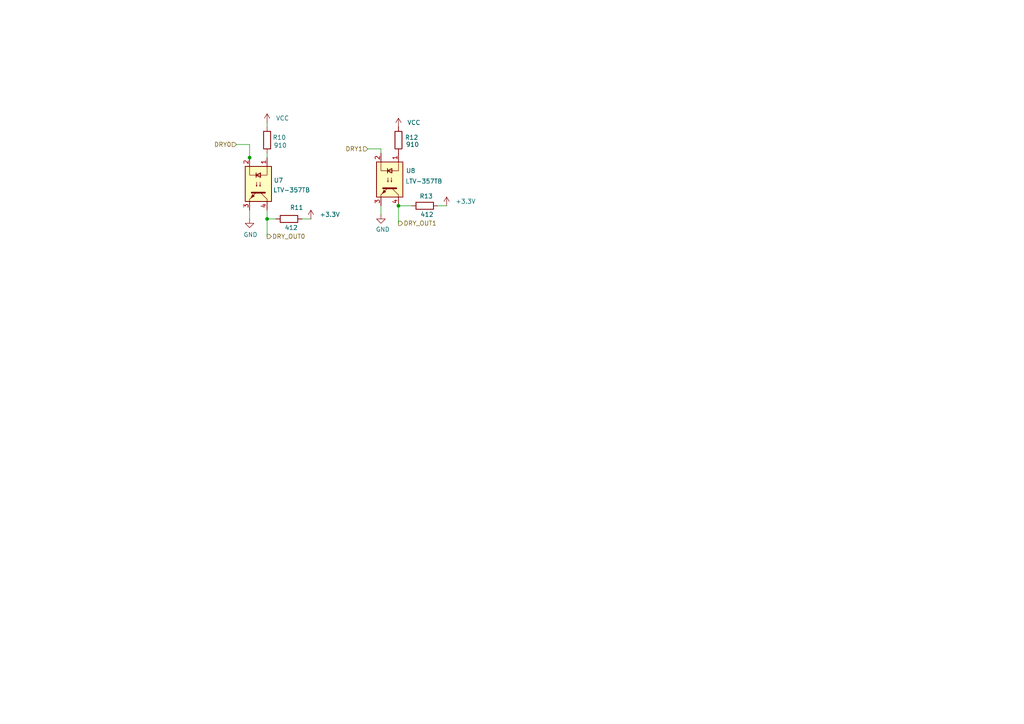
<source format=kicad_sch>
(kicad_sch
	(version 20250114)
	(generator "eeschema")
	(generator_version "9.0")
	(uuid "31d813c0-3519-4fd5-a836-e3af338a3e67")
	(paper "A4")
	(lib_symbols
		(symbol "Device:R"
			(pin_numbers
				(hide yes)
			)
			(pin_names
				(offset 0)
			)
			(exclude_from_sim no)
			(in_bom yes)
			(on_board yes)
			(property "Reference" "R"
				(at 2.032 0 90)
				(effects
					(font
						(size 1.27 1.27)
					)
				)
			)
			(property "Value" "R"
				(at 0 0 90)
				(effects
					(font
						(size 1.27 1.27)
					)
				)
			)
			(property "Footprint" ""
				(at -1.778 0 90)
				(effects
					(font
						(size 1.27 1.27)
					)
					(hide yes)
				)
			)
			(property "Datasheet" "~"
				(at 0 0 0)
				(effects
					(font
						(size 1.27 1.27)
					)
					(hide yes)
				)
			)
			(property "Description" "Resistor"
				(at 0 0 0)
				(effects
					(font
						(size 1.27 1.27)
					)
					(hide yes)
				)
			)
			(property "ki_keywords" "R res resistor"
				(at 0 0 0)
				(effects
					(font
						(size 1.27 1.27)
					)
					(hide yes)
				)
			)
			(property "ki_fp_filters" "R_*"
				(at 0 0 0)
				(effects
					(font
						(size 1.27 1.27)
					)
					(hide yes)
				)
			)
			(symbol "R_0_1"
				(rectangle
					(start -1.016 -2.54)
					(end 1.016 2.54)
					(stroke
						(width 0.254)
						(type default)
					)
					(fill
						(type none)
					)
				)
			)
			(symbol "R_1_1"
				(pin passive line
					(at 0 3.81 270)
					(length 1.27)
					(name "~"
						(effects
							(font
								(size 1.27 1.27)
							)
						)
					)
					(number "1"
						(effects
							(font
								(size 1.27 1.27)
							)
						)
					)
				)
				(pin passive line
					(at 0 -3.81 90)
					(length 1.27)
					(name "~"
						(effects
							(font
								(size 1.27 1.27)
							)
						)
					)
					(number "2"
						(effects
							(font
								(size 1.27 1.27)
							)
						)
					)
				)
			)
			(embedded_fonts no)
		)
		(symbol "Isolator:LTV-357T"
			(pin_names
				(offset 1.016)
			)
			(exclude_from_sim no)
			(in_bom yes)
			(on_board yes)
			(property "Reference" "U"
				(at -5.334 4.826 0)
				(effects
					(font
						(size 1.27 1.27)
					)
					(justify left)
				)
			)
			(property "Value" "LTV-357T"
				(at 0 5.08 0)
				(effects
					(font
						(size 1.27 1.27)
					)
					(justify left)
				)
			)
			(property "Footprint" "Package_SO:SO-4_4.4x3.6mm_P2.54mm"
				(at -5.08 -5.08 0)
				(effects
					(font
						(size 1.27 1.27)
						(italic yes)
					)
					(justify left)
					(hide yes)
				)
			)
			(property "Datasheet" "https://www.buerklin.com/medias/sys_master/download/download/h91/ha0/8892020588574.pdf"
				(at 0 0 0)
				(effects
					(font
						(size 1.27 1.27)
					)
					(justify left)
					(hide yes)
				)
			)
			(property "Description" "DC Optocoupler, Vce 35V, CTR 50%, SO-4"
				(at 0 0 0)
				(effects
					(font
						(size 1.27 1.27)
					)
					(hide yes)
				)
			)
			(property "ki_keywords" "NPN DC Optocoupler"
				(at 0 0 0)
				(effects
					(font
						(size 1.27 1.27)
					)
					(hide yes)
				)
			)
			(property "ki_fp_filters" "SO*4.4x3.6mm*P2.54mm*"
				(at 0 0 0)
				(effects
					(font
						(size 1.27 1.27)
					)
					(hide yes)
				)
			)
			(symbol "LTV-357T_0_1"
				(rectangle
					(start -5.08 3.81)
					(end 5.08 -3.81)
					(stroke
						(width 0.254)
						(type default)
					)
					(fill
						(type background)
					)
				)
				(polyline
					(pts
						(xy -5.08 2.54) (xy -2.54 2.54) (xy -2.54 -0.762)
					)
					(stroke
						(width 0)
						(type default)
					)
					(fill
						(type none)
					)
				)
				(polyline
					(pts
						(xy -3.175 -0.635) (xy -1.905 -0.635)
					)
					(stroke
						(width 0.254)
						(type default)
					)
					(fill
						(type none)
					)
				)
				(polyline
					(pts
						(xy -2.54 -0.635) (xy -2.54 -2.54) (xy -5.08 -2.54)
					)
					(stroke
						(width 0)
						(type default)
					)
					(fill
						(type none)
					)
				)
				(polyline
					(pts
						(xy -2.54 -0.635) (xy -3.175 0.635) (xy -1.905 0.635) (xy -2.54 -0.635)
					)
					(stroke
						(width 0.254)
						(type default)
					)
					(fill
						(type none)
					)
				)
				(polyline
					(pts
						(xy -0.508 0.508) (xy 0.762 0.508) (xy 0.381 0.381) (xy 0.381 0.635) (xy 0.762 0.508)
					)
					(stroke
						(width 0)
						(type default)
					)
					(fill
						(type none)
					)
				)
				(polyline
					(pts
						(xy -0.508 -0.508) (xy 0.762 -0.508) (xy 0.381 -0.635) (xy 0.381 -0.381) (xy 0.762 -0.508)
					)
					(stroke
						(width 0)
						(type default)
					)
					(fill
						(type none)
					)
				)
				(polyline
					(pts
						(xy 2.54 1.905) (xy 2.54 -1.905) (xy 2.54 -1.905)
					)
					(stroke
						(width 0.508)
						(type default)
					)
					(fill
						(type none)
					)
				)
				(polyline
					(pts
						(xy 2.54 0.635) (xy 4.445 2.54)
					)
					(stroke
						(width 0)
						(type default)
					)
					(fill
						(type none)
					)
				)
				(polyline
					(pts
						(xy 3.048 -1.651) (xy 3.556 -1.143) (xy 4.064 -2.159) (xy 3.048 -1.651) (xy 3.048 -1.651)
					)
					(stroke
						(width 0)
						(type default)
					)
					(fill
						(type outline)
					)
				)
				(polyline
					(pts
						(xy 4.445 2.54) (xy 5.08 2.54)
					)
					(stroke
						(width 0)
						(type default)
					)
					(fill
						(type none)
					)
				)
				(polyline
					(pts
						(xy 4.445 -2.54) (xy 2.54 -0.635)
					)
					(stroke
						(width 0)
						(type default)
					)
					(fill
						(type outline)
					)
				)
				(polyline
					(pts
						(xy 4.445 -2.54) (xy 5.08 -2.54)
					)
					(stroke
						(width 0)
						(type default)
					)
					(fill
						(type none)
					)
				)
			)
			(symbol "LTV-357T_1_1"
				(pin passive line
					(at -7.62 2.54 0)
					(length 2.54)
					(name "~"
						(effects
							(font
								(size 1.27 1.27)
							)
						)
					)
					(number "1"
						(effects
							(font
								(size 1.27 1.27)
							)
						)
					)
				)
				(pin passive line
					(at -7.62 -2.54 0)
					(length 2.54)
					(name "~"
						(effects
							(font
								(size 1.27 1.27)
							)
						)
					)
					(number "2"
						(effects
							(font
								(size 1.27 1.27)
							)
						)
					)
				)
				(pin passive line
					(at 7.62 2.54 180)
					(length 2.54)
					(name "~"
						(effects
							(font
								(size 1.27 1.27)
							)
						)
					)
					(number "4"
						(effects
							(font
								(size 1.27 1.27)
							)
						)
					)
				)
				(pin passive line
					(at 7.62 -2.54 180)
					(length 2.54)
					(name "~"
						(effects
							(font
								(size 1.27 1.27)
							)
						)
					)
					(number "3"
						(effects
							(font
								(size 1.27 1.27)
							)
						)
					)
				)
			)
			(embedded_fonts no)
		)
		(symbol "power:+3.3V"
			(power)
			(pin_numbers
				(hide yes)
			)
			(pin_names
				(offset 0)
				(hide yes)
			)
			(exclude_from_sim no)
			(in_bom yes)
			(on_board yes)
			(property "Reference" "#PWR"
				(at 0 -3.81 0)
				(effects
					(font
						(size 1.27 1.27)
					)
					(hide yes)
				)
			)
			(property "Value" "+3.3V"
				(at 0 3.556 0)
				(effects
					(font
						(size 1.27 1.27)
					)
				)
			)
			(property "Footprint" ""
				(at 0 0 0)
				(effects
					(font
						(size 1.27 1.27)
					)
					(hide yes)
				)
			)
			(property "Datasheet" ""
				(at 0 0 0)
				(effects
					(font
						(size 1.27 1.27)
					)
					(hide yes)
				)
			)
			(property "Description" "Power symbol creates a global label with name \"+3.3V\""
				(at 0 0 0)
				(effects
					(font
						(size 1.27 1.27)
					)
					(hide yes)
				)
			)
			(property "ki_keywords" "global power"
				(at 0 0 0)
				(effects
					(font
						(size 1.27 1.27)
					)
					(hide yes)
				)
			)
			(symbol "+3.3V_0_1"
				(polyline
					(pts
						(xy -0.762 1.27) (xy 0 2.54)
					)
					(stroke
						(width 0)
						(type default)
					)
					(fill
						(type none)
					)
				)
				(polyline
					(pts
						(xy 0 2.54) (xy 0.762 1.27)
					)
					(stroke
						(width 0)
						(type default)
					)
					(fill
						(type none)
					)
				)
				(polyline
					(pts
						(xy 0 0) (xy 0 2.54)
					)
					(stroke
						(width 0)
						(type default)
					)
					(fill
						(type none)
					)
				)
			)
			(symbol "+3.3V_1_1"
				(pin power_in line
					(at 0 0 90)
					(length 0)
					(name "~"
						(effects
							(font
								(size 1.27 1.27)
							)
						)
					)
					(number "1"
						(effects
							(font
								(size 1.27 1.27)
							)
						)
					)
				)
			)
			(embedded_fonts no)
		)
		(symbol "power:GND"
			(power)
			(pin_numbers
				(hide yes)
			)
			(pin_names
				(offset 0)
				(hide yes)
			)
			(exclude_from_sim no)
			(in_bom yes)
			(on_board yes)
			(property "Reference" "#PWR"
				(at 0 -6.35 0)
				(effects
					(font
						(size 1.27 1.27)
					)
					(hide yes)
				)
			)
			(property "Value" "GND"
				(at 0 -3.81 0)
				(effects
					(font
						(size 1.27 1.27)
					)
				)
			)
			(property "Footprint" ""
				(at 0 0 0)
				(effects
					(font
						(size 1.27 1.27)
					)
					(hide yes)
				)
			)
			(property "Datasheet" ""
				(at 0 0 0)
				(effects
					(font
						(size 1.27 1.27)
					)
					(hide yes)
				)
			)
			(property "Description" "Power symbol creates a global label with name \"GND\" , ground"
				(at 0 0 0)
				(effects
					(font
						(size 1.27 1.27)
					)
					(hide yes)
				)
			)
			(property "ki_keywords" "global power"
				(at 0 0 0)
				(effects
					(font
						(size 1.27 1.27)
					)
					(hide yes)
				)
			)
			(symbol "GND_0_1"
				(polyline
					(pts
						(xy 0 0) (xy 0 -1.27) (xy 1.27 -1.27) (xy 0 -2.54) (xy -1.27 -1.27) (xy 0 -1.27)
					)
					(stroke
						(width 0)
						(type default)
					)
					(fill
						(type none)
					)
				)
			)
			(symbol "GND_1_1"
				(pin power_in line
					(at 0 0 270)
					(length 0)
					(name "~"
						(effects
							(font
								(size 1.27 1.27)
							)
						)
					)
					(number "1"
						(effects
							(font
								(size 1.27 1.27)
							)
						)
					)
				)
			)
			(embedded_fonts no)
		)
		(symbol "power:VCC"
			(power)
			(pin_numbers
				(hide yes)
			)
			(pin_names
				(offset 0)
				(hide yes)
			)
			(exclude_from_sim no)
			(in_bom yes)
			(on_board yes)
			(property "Reference" "#PWR"
				(at 0 -3.81 0)
				(effects
					(font
						(size 1.27 1.27)
					)
					(hide yes)
				)
			)
			(property "Value" "VCC"
				(at 0 3.556 0)
				(effects
					(font
						(size 1.27 1.27)
					)
				)
			)
			(property "Footprint" ""
				(at 0 0 0)
				(effects
					(font
						(size 1.27 1.27)
					)
					(hide yes)
				)
			)
			(property "Datasheet" ""
				(at 0 0 0)
				(effects
					(font
						(size 1.27 1.27)
					)
					(hide yes)
				)
			)
			(property "Description" "Power symbol creates a global label with name \"VCC\""
				(at 0 0 0)
				(effects
					(font
						(size 1.27 1.27)
					)
					(hide yes)
				)
			)
			(property "ki_keywords" "global power"
				(at 0 0 0)
				(effects
					(font
						(size 1.27 1.27)
					)
					(hide yes)
				)
			)
			(symbol "VCC_0_1"
				(polyline
					(pts
						(xy -0.762 1.27) (xy 0 2.54)
					)
					(stroke
						(width 0)
						(type default)
					)
					(fill
						(type none)
					)
				)
				(polyline
					(pts
						(xy 0 2.54) (xy 0.762 1.27)
					)
					(stroke
						(width 0)
						(type default)
					)
					(fill
						(type none)
					)
				)
				(polyline
					(pts
						(xy 0 0) (xy 0 2.54)
					)
					(stroke
						(width 0)
						(type default)
					)
					(fill
						(type none)
					)
				)
			)
			(symbol "VCC_1_1"
				(pin power_in line
					(at 0 0 90)
					(length 0)
					(name "~"
						(effects
							(font
								(size 1.27 1.27)
							)
						)
					)
					(number "1"
						(effects
							(font
								(size 1.27 1.27)
							)
						)
					)
				)
			)
			(embedded_fonts no)
		)
	)
	(junction
		(at 72.39 45.72)
		(diameter 0)
		(color 0 0 0 0)
		(uuid "817b2ba2-3dac-48a1-ba89-6dcea9440084")
	)
	(junction
		(at 77.47 63.5)
		(diameter 0)
		(color 0 0 0 0)
		(uuid "bb019292-45bd-4871-9197-493c2c605e21")
	)
	(junction
		(at 115.57 59.69)
		(diameter 0)
		(color 0 0 0 0)
		(uuid "e224de1f-0230-4e36-a461-9650c376fcbf")
	)
	(wire
		(pts
			(xy 77.47 35.56) (xy 77.47 36.83)
		)
		(stroke
			(width 0)
			(type default)
		)
		(uuid "0af8aba1-6da1-4412-a73e-b8464488487f")
	)
	(wire
		(pts
			(xy 72.39 46.99) (xy 72.39 45.72)
		)
		(stroke
			(width 0)
			(type default)
		)
		(uuid "34513677-896f-49e5-a05c-522b5555a0d8")
	)
	(wire
		(pts
			(xy 68.58 41.91) (xy 72.39 41.91)
		)
		(stroke
			(width 0)
			(type default)
		)
		(uuid "42c45ea7-6d16-422e-bc3a-ac0a14182996")
	)
	(wire
		(pts
			(xy 90.17 63.5) (xy 87.63 63.5)
		)
		(stroke
			(width 0)
			(type default)
		)
		(uuid "496919ab-8d1a-4f7e-92c9-3fbed15b24d3")
	)
	(wire
		(pts
			(xy 77.47 63.5) (xy 80.01 63.5)
		)
		(stroke
			(width 0)
			(type default)
		)
		(uuid "57f63424-4dab-44a6-816c-12084a9adb5f")
	)
	(wire
		(pts
			(xy 77.47 44.45) (xy 77.47 45.72)
		)
		(stroke
			(width 0)
			(type default)
		)
		(uuid "774e46ef-fce7-49a2-8be6-b08815428ea8")
	)
	(wire
		(pts
			(xy 72.39 41.91) (xy 72.39 45.72)
		)
		(stroke
			(width 0)
			(type default)
		)
		(uuid "88bbc081-8dae-4db0-8ec5-d5a63498602e")
	)
	(wire
		(pts
			(xy 77.47 60.96) (xy 77.47 63.5)
		)
		(stroke
			(width 0)
			(type default)
		)
		(uuid "9cbf7884-f9ef-468c-b48f-941454b24960")
	)
	(wire
		(pts
			(xy 115.57 59.69) (xy 115.57 64.77)
		)
		(stroke
			(width 0)
			(type default)
		)
		(uuid "a103405d-14a4-4ac3-af30-c08aa92db371")
	)
	(wire
		(pts
			(xy 110.49 43.18) (xy 110.49 44.45)
		)
		(stroke
			(width 0)
			(type default)
		)
		(uuid "af326c00-c361-4962-9c0f-4b16bab3f134")
	)
	(wire
		(pts
			(xy 77.47 63.5) (xy 77.47 68.58)
		)
		(stroke
			(width 0)
			(type default)
		)
		(uuid "bbe7e77e-1008-4437-9a64-4b55190fb024")
	)
	(wire
		(pts
			(xy 110.49 62.23) (xy 110.49 59.69)
		)
		(stroke
			(width 0)
			(type default)
		)
		(uuid "cad171cc-0ff9-4653-8dfd-7700db0e8018")
	)
	(wire
		(pts
			(xy 129.54 59.69) (xy 127 59.69)
		)
		(stroke
			(width 0)
			(type default)
		)
		(uuid "e9af7a50-46c5-4ac9-9b46-9718fe11d44c")
	)
	(wire
		(pts
			(xy 72.39 63.5) (xy 72.39 60.96)
		)
		(stroke
			(width 0)
			(type default)
		)
		(uuid "eea65538-504d-40ec-bae2-88ff3bf0e5aa")
	)
	(wire
		(pts
			(xy 115.57 59.69) (xy 119.38 59.69)
		)
		(stroke
			(width 0)
			(type default)
		)
		(uuid "f20ca3a3-dd8c-49d3-b00e-674c66794f74")
	)
	(wire
		(pts
			(xy 106.68 43.18) (xy 110.49 43.18)
		)
		(stroke
			(width 0)
			(type default)
		)
		(uuid "fbb464da-e85d-4c51-a0ec-e442524ce7b4")
	)
	(hierarchical_label "DRY_OUT0"
		(shape output)
		(at 77.47 68.58 0)
		(effects
			(font
				(size 1.27 1.27)
			)
			(justify left)
		)
		(uuid "5947acb7-aa23-4a0d-8033-26b0b2366a1c")
	)
	(hierarchical_label "DRY1"
		(shape input)
		(at 106.68 43.18 180)
		(effects
			(font
				(size 1.27 1.27)
			)
			(justify right)
		)
		(uuid "9227c51b-c70b-4c7e-bbd3-69eb193aab7d")
	)
	(hierarchical_label "DRY_OUT1"
		(shape output)
		(at 115.57 64.77 0)
		(effects
			(font
				(size 1.27 1.27)
			)
			(justify left)
		)
		(uuid "e61caad3-fe25-4324-bb14-cb3a2db0aa20")
	)
	(hierarchical_label "DRY0"
		(shape input)
		(at 68.58 41.91 180)
		(effects
			(font
				(size 1.27 1.27)
			)
			(justify right)
		)
		(uuid "f3413a76-14a1-4182-81d4-a55d28eac864")
	)
	(symbol
		(lib_id "Device:R")
		(at 83.82 63.5 90)
		(unit 1)
		(exclude_from_sim no)
		(in_bom yes)
		(on_board yes)
		(dnp no)
		(uuid "358a3407-699a-449b-8f94-0b1618813dc5")
		(property "Reference" "R11"
			(at 84.074 60.198 90)
			(effects
				(font
					(size 1.27 1.27)
				)
				(justify right)
			)
		)
		(property "Value" "412"
			(at 82.5501 66.04 90)
			(effects
				(font
					(size 1.27 1.27)
				)
				(justify right)
			)
		)
		(property "Footprint" ""
			(at 83.82 65.278 90)
			(effects
				(font
					(size 1.27 1.27)
				)
				(hide yes)
			)
		)
		(property "Datasheet" "~"
			(at 83.82 63.5 0)
			(effects
				(font
					(size 1.27 1.27)
				)
				(hide yes)
			)
		)
		(property "Description" "Resistor"
			(at 83.82 63.5 0)
			(effects
				(font
					(size 1.27 1.27)
				)
				(hide yes)
			)
		)
		(pin "1"
			(uuid "a3dbcf10-af81-491e-9a53-edc1a9ba2e7b")
		)
		(pin "2"
			(uuid "e6f0e4ab-0026-490b-bdd7-fb918463cffb")
		)
		(instances
			(project "NIVARA"
				(path "/8290cc18-06d0-4e02-a781-29a61ebc321a/9e4d7a0c-a5eb-4e88-9036-0c35e68b279a/2ac137b5-1347-46a5-b780-a606790c1a93"
					(reference "R11")
					(unit 1)
				)
			)
		)
	)
	(symbol
		(lib_id "power:+3.3V")
		(at 90.17 63.5 0)
		(unit 1)
		(exclude_from_sim no)
		(in_bom yes)
		(on_board yes)
		(dnp no)
		(fields_autoplaced yes)
		(uuid "43d2a63a-8791-4041-a987-4fadb05ac615")
		(property "Reference" "#PWR035"
			(at 90.17 67.31 0)
			(effects
				(font
					(size 1.27 1.27)
				)
				(hide yes)
			)
		)
		(property "Value" "+3.3V"
			(at 92.71 62.2299 0)
			(effects
				(font
					(size 1.27 1.27)
				)
				(justify left)
			)
		)
		(property "Footprint" ""
			(at 90.17 63.5 0)
			(effects
				(font
					(size 1.27 1.27)
				)
				(hide yes)
			)
		)
		(property "Datasheet" ""
			(at 90.17 63.5 0)
			(effects
				(font
					(size 1.27 1.27)
				)
				(hide yes)
			)
		)
		(property "Description" "Power symbol creates a global label with name \"+3.3V\""
			(at 90.17 63.5 0)
			(effects
				(font
					(size 1.27 1.27)
				)
				(hide yes)
			)
		)
		(pin "1"
			(uuid "f4150437-3b6f-4d2a-8058-1313413c74c8")
		)
		(instances
			(project "NIVARA"
				(path "/8290cc18-06d0-4e02-a781-29a61ebc321a/9e4d7a0c-a5eb-4e88-9036-0c35e68b279a/2ac137b5-1347-46a5-b780-a606790c1a93"
					(reference "#PWR035")
					(unit 1)
				)
			)
		)
	)
	(symbol
		(lib_id "power:+3.3V")
		(at 129.54 59.69 0)
		(unit 1)
		(exclude_from_sim no)
		(in_bom yes)
		(on_board yes)
		(dnp no)
		(fields_autoplaced yes)
		(uuid "515384e8-a0b6-43b5-a391-74963c0a40c4")
		(property "Reference" "#PWR040"
			(at 129.54 63.5 0)
			(effects
				(font
					(size 1.27 1.27)
				)
				(hide yes)
			)
		)
		(property "Value" "+3.3V"
			(at 132.08 58.4199 0)
			(effects
				(font
					(size 1.27 1.27)
				)
				(justify left)
			)
		)
		(property "Footprint" ""
			(at 129.54 59.69 0)
			(effects
				(font
					(size 1.27 1.27)
				)
				(hide yes)
			)
		)
		(property "Datasheet" ""
			(at 129.54 59.69 0)
			(effects
				(font
					(size 1.27 1.27)
				)
				(hide yes)
			)
		)
		(property "Description" "Power symbol creates a global label with name \"+3.3V\""
			(at 129.54 59.69 0)
			(effects
				(font
					(size 1.27 1.27)
				)
				(hide yes)
			)
		)
		(pin "1"
			(uuid "ff07c4d4-6502-4fdb-8b8c-184ad6761029")
		)
		(instances
			(project "NIVARA"
				(path "/8290cc18-06d0-4e02-a781-29a61ebc321a/9e4d7a0c-a5eb-4e88-9036-0c35e68b279a/2ac137b5-1347-46a5-b780-a606790c1a93"
					(reference "#PWR040")
					(unit 1)
				)
			)
		)
	)
	(symbol
		(lib_id "power:VCC")
		(at 77.47 35.56 0)
		(unit 1)
		(exclude_from_sim no)
		(in_bom yes)
		(on_board yes)
		(dnp no)
		(fields_autoplaced yes)
		(uuid "5b957901-846e-4717-87bd-00d657e0689b")
		(property "Reference" "#PWR036"
			(at 77.47 39.37 0)
			(effects
				(font
					(size 1.27 1.27)
				)
				(hide yes)
			)
		)
		(property "Value" "VCC"
			(at 80.01 34.2899 0)
			(effects
				(font
					(size 1.27 1.27)
				)
				(justify left)
			)
		)
		(property "Footprint" ""
			(at 77.47 35.56 0)
			(effects
				(font
					(size 1.27 1.27)
				)
				(hide yes)
			)
		)
		(property "Datasheet" ""
			(at 77.47 35.56 0)
			(effects
				(font
					(size 1.27 1.27)
				)
				(hide yes)
			)
		)
		(property "Description" "Power symbol creates a global label with name \"VCC\""
			(at 77.47 35.56 0)
			(effects
				(font
					(size 1.27 1.27)
				)
				(hide yes)
			)
		)
		(pin "1"
			(uuid "e05993cf-8081-4d96-bdb4-166486b43f9d")
		)
		(instances
			(project "NIVARA"
				(path "/8290cc18-06d0-4e02-a781-29a61ebc321a/9e4d7a0c-a5eb-4e88-9036-0c35e68b279a/2ac137b5-1347-46a5-b780-a606790c1a93"
					(reference "#PWR036")
					(unit 1)
				)
			)
		)
	)
	(symbol
		(lib_id "Isolator:LTV-357T")
		(at 74.93 53.34 270)
		(unit 1)
		(exclude_from_sim no)
		(in_bom yes)
		(on_board yes)
		(dnp no)
		(uuid "8941b3df-0541-422d-8b8d-b7d5eaa80e50")
		(property "Reference" "U7"
			(at 80.772 52.324 90)
			(effects
				(font
					(size 1.27 1.27)
				)
			)
		)
		(property "Value" "LTV-357TB"
			(at 84.582 55.118 90)
			(effects
				(font
					(size 1.27 1.27)
				)
			)
		)
		(property "Footprint" "Package_SO:SO-4_4.4x3.6mm_P2.54mm"
			(at 69.85 48.26 0)
			(effects
				(font
					(size 1.27 1.27)
					(italic yes)
				)
				(justify left)
				(hide yes)
			)
		)
		(property "Datasheet" "https://www.buerklin.com/medias/sys_master/download/download/h91/ha0/8892020588574.pdf"
			(at 74.93 53.34 0)
			(effects
				(font
					(size 1.27 1.27)
				)
				(justify left)
				(hide yes)
			)
		)
		(property "Description" "DC Optocoupler, Vce 35V, CTR 50%, SO-4"
			(at 74.93 53.34 0)
			(effects
				(font
					(size 1.27 1.27)
				)
				(hide yes)
			)
		)
		(pin "3"
			(uuid "d398a175-b7a8-4eb7-8193-6551d94ee85c")
		)
		(pin "1"
			(uuid "10d552bf-ee51-4f11-bf5e-4a0f6649795a")
		)
		(pin "2"
			(uuid "96c47374-73ea-4071-85c2-dded1a153366")
		)
		(pin "4"
			(uuid "33c9c732-4990-4709-8943-fe582073e77d")
		)
		(instances
			(project "NIVARA"
				(path "/8290cc18-06d0-4e02-a781-29a61ebc321a/9e4d7a0c-a5eb-4e88-9036-0c35e68b279a/2ac137b5-1347-46a5-b780-a606790c1a93"
					(reference "U7")
					(unit 1)
				)
			)
		)
	)
	(symbol
		(lib_id "Device:R")
		(at 123.19 59.69 90)
		(unit 1)
		(exclude_from_sim no)
		(in_bom yes)
		(on_board yes)
		(dnp no)
		(uuid "8f920f08-0501-490e-b9ec-230fea39de69")
		(property "Reference" "R13"
			(at 121.666 56.896 90)
			(effects
				(font
					(size 1.27 1.27)
				)
				(justify right)
			)
		)
		(property "Value" "412"
			(at 121.9201 62.23 90)
			(effects
				(font
					(size 1.27 1.27)
				)
				(justify right)
			)
		)
		(property "Footprint" ""
			(at 123.19 61.468 90)
			(effects
				(font
					(size 1.27 1.27)
				)
				(hide yes)
			)
		)
		(property "Datasheet" "~"
			(at 123.19 59.69 0)
			(effects
				(font
					(size 1.27 1.27)
				)
				(hide yes)
			)
		)
		(property "Description" "Resistor"
			(at 123.19 59.69 0)
			(effects
				(font
					(size 1.27 1.27)
				)
				(hide yes)
			)
		)
		(pin "1"
			(uuid "5f634ea2-2ed1-47a8-94db-f2cdc200aa4e")
		)
		(pin "2"
			(uuid "b1c645b3-cd8b-4c75-95eb-9652e8d88576")
		)
		(instances
			(project "NIVARA"
				(path "/8290cc18-06d0-4e02-a781-29a61ebc321a/9e4d7a0c-a5eb-4e88-9036-0c35e68b279a/2ac137b5-1347-46a5-b780-a606790c1a93"
					(reference "R13")
					(unit 1)
				)
			)
		)
	)
	(symbol
		(lib_id "Device:R")
		(at 77.47 40.64 0)
		(unit 1)
		(exclude_from_sim no)
		(in_bom yes)
		(on_board yes)
		(dnp no)
		(uuid "9b8b309d-8756-4545-9967-c26c9642e73c")
		(property "Reference" "R10"
			(at 81.026 39.878 0)
			(effects
				(font
					(size 1.27 1.27)
				)
			)
		)
		(property "Value" "910"
			(at 81.28 42.164 0)
			(effects
				(font
					(size 1.27 1.27)
				)
			)
		)
		(property "Footprint" "Resistor_SMD:R_0603_1608Metric"
			(at 75.692 40.64 90)
			(effects
				(font
					(size 1.27 1.27)
				)
				(hide yes)
			)
		)
		(property "Datasheet" "~"
			(at 77.47 40.64 0)
			(effects
				(font
					(size 1.27 1.27)
				)
				(hide yes)
			)
		)
		(property "Description" "Resistor"
			(at 77.47 40.64 0)
			(effects
				(font
					(size 1.27 1.27)
				)
				(hide yes)
			)
		)
		(property "LCSC#" "C114670"
			(at 77.47 40.64 90)
			(effects
				(font
					(size 1.27 1.27)
				)
				(hide yes)
			)
		)
		(pin "1"
			(uuid "c04e6976-b35b-429a-bf3f-3b69dccb7b9f")
		)
		(pin "2"
			(uuid "06394ec1-ac1a-4f4d-82aa-4c8f2c291a91")
		)
		(instances
			(project "NIVARA"
				(path "/8290cc18-06d0-4e02-a781-29a61ebc321a/9e4d7a0c-a5eb-4e88-9036-0c35e68b279a/2ac137b5-1347-46a5-b780-a606790c1a93"
					(reference "R10")
					(unit 1)
				)
			)
		)
	)
	(symbol
		(lib_id "Device:R")
		(at 115.57 40.64 0)
		(unit 1)
		(exclude_from_sim no)
		(in_bom yes)
		(on_board yes)
		(dnp no)
		(uuid "a1eb8860-1fd9-48cb-9d1a-78190e546557")
		(property "Reference" "R12"
			(at 119.38 39.878 0)
			(effects
				(font
					(size 1.27 1.27)
				)
			)
		)
		(property "Value" "910"
			(at 119.634 41.91 0)
			(effects
				(font
					(size 1.27 1.27)
				)
			)
		)
		(property "Footprint" "Resistor_SMD:R_0603_1608Metric"
			(at 113.792 40.64 90)
			(effects
				(font
					(size 1.27 1.27)
				)
				(hide yes)
			)
		)
		(property "Datasheet" "~"
			(at 115.57 40.64 0)
			(effects
				(font
					(size 1.27 1.27)
				)
				(hide yes)
			)
		)
		(property "Description" "Resistor"
			(at 115.57 40.64 0)
			(effects
				(font
					(size 1.27 1.27)
				)
				(hide yes)
			)
		)
		(property "LCSC#" "C114670"
			(at 115.57 40.64 90)
			(effects
				(font
					(size 1.27 1.27)
				)
				(hide yes)
			)
		)
		(pin "1"
			(uuid "68e9a137-5698-4820-ba00-f4d0ba292513")
		)
		(pin "2"
			(uuid "bbc7be1e-06cf-41de-9735-7b0c11de5c3a")
		)
		(instances
			(project "NIVARA"
				(path "/8290cc18-06d0-4e02-a781-29a61ebc321a/9e4d7a0c-a5eb-4e88-9036-0c35e68b279a/2ac137b5-1347-46a5-b780-a606790c1a93"
					(reference "R12")
					(unit 1)
				)
			)
		)
	)
	(symbol
		(lib_id "power:GND")
		(at 72.39 63.5 0)
		(unit 1)
		(exclude_from_sim no)
		(in_bom yes)
		(on_board yes)
		(dnp no)
		(uuid "ac77745a-014e-424a-ba49-347c4b6959e4")
		(property "Reference" "#PWR034"
			(at 72.39 69.85 0)
			(effects
				(font
					(size 1.27 1.27)
				)
				(hide yes)
			)
		)
		(property "Value" "GND"
			(at 70.612 68.072 0)
			(effects
				(font
					(size 1.27 1.27)
				)
				(justify left)
			)
		)
		(property "Footprint" ""
			(at 72.39 63.5 0)
			(effects
				(font
					(size 1.27 1.27)
				)
				(hide yes)
			)
		)
		(property "Datasheet" ""
			(at 72.39 63.5 0)
			(effects
				(font
					(size 1.27 1.27)
				)
				(hide yes)
			)
		)
		(property "Description" "Power symbol creates a global label with name \"GND\" , ground"
			(at 72.39 63.5 0)
			(effects
				(font
					(size 1.27 1.27)
				)
				(hide yes)
			)
		)
		(pin "1"
			(uuid "3ad1c69d-348e-4cc3-82b3-6bb3132c8356")
		)
		(instances
			(project "NIVARA"
				(path "/8290cc18-06d0-4e02-a781-29a61ebc321a/9e4d7a0c-a5eb-4e88-9036-0c35e68b279a/2ac137b5-1347-46a5-b780-a606790c1a93"
					(reference "#PWR034")
					(unit 1)
				)
			)
		)
	)
	(symbol
		(lib_id "power:GND")
		(at 110.49 62.23 0)
		(unit 1)
		(exclude_from_sim no)
		(in_bom yes)
		(on_board yes)
		(dnp no)
		(uuid "d22b6c30-7b6f-485e-8b21-5fbd33af130f")
		(property "Reference" "#PWR039"
			(at 110.49 68.58 0)
			(effects
				(font
					(size 1.27 1.27)
				)
				(hide yes)
			)
		)
		(property "Value" "GND"
			(at 108.966 66.548 0)
			(effects
				(font
					(size 1.27 1.27)
				)
				(justify left)
			)
		)
		(property "Footprint" ""
			(at 110.49 62.23 0)
			(effects
				(font
					(size 1.27 1.27)
				)
				(hide yes)
			)
		)
		(property "Datasheet" ""
			(at 110.49 62.23 0)
			(effects
				(font
					(size 1.27 1.27)
				)
				(hide yes)
			)
		)
		(property "Description" "Power symbol creates a global label with name \"GND\" , ground"
			(at 110.49 62.23 0)
			(effects
				(font
					(size 1.27 1.27)
				)
				(hide yes)
			)
		)
		(pin "1"
			(uuid "6d8a03ec-8f3c-4c11-a5de-0956a777f94f")
		)
		(instances
			(project "NIVARA"
				(path "/8290cc18-06d0-4e02-a781-29a61ebc321a/9e4d7a0c-a5eb-4e88-9036-0c35e68b279a/2ac137b5-1347-46a5-b780-a606790c1a93"
					(reference "#PWR039")
					(unit 1)
				)
			)
		)
	)
	(symbol
		(lib_id "Isolator:LTV-357T")
		(at 113.03 52.07 270)
		(unit 1)
		(exclude_from_sim no)
		(in_bom yes)
		(on_board yes)
		(dnp no)
		(uuid "dbe8753d-1c00-47d0-ac20-3e2b515fb6b8")
		(property "Reference" "U8"
			(at 119.126 49.53 90)
			(effects
				(font
					(size 1.27 1.27)
				)
			)
		)
		(property "Value" "LTV-357TB"
			(at 122.936 52.578 90)
			(effects
				(font
					(size 1.27 1.27)
				)
			)
		)
		(property "Footprint" "Package_SO:SO-4_4.4x3.6mm_P2.54mm"
			(at 107.95 46.99 0)
			(effects
				(font
					(size 1.27 1.27)
					(italic yes)
				)
				(justify left)
				(hide yes)
			)
		)
		(property "Datasheet" "https://www.buerklin.com/medias/sys_master/download/download/h91/ha0/8892020588574.pdf"
			(at 113.03 52.07 0)
			(effects
				(font
					(size 1.27 1.27)
				)
				(justify left)
				(hide yes)
			)
		)
		(property "Description" "DC Optocoupler, Vce 35V, CTR 50%, SO-4"
			(at 113.03 52.07 0)
			(effects
				(font
					(size 1.27 1.27)
				)
				(hide yes)
			)
		)
		(pin "3"
			(uuid "38435426-6f92-43f3-90a4-91ce37b64443")
		)
		(pin "1"
			(uuid "45083ab3-5e5b-45be-afd7-325f389ba47d")
		)
		(pin "2"
			(uuid "eb92de25-0e4b-4f17-a6be-6581d809be22")
		)
		(pin "4"
			(uuid "51e08f23-f29c-46e0-954f-2816d2bd0228")
		)
		(instances
			(project "NIVARA"
				(path "/8290cc18-06d0-4e02-a781-29a61ebc321a/9e4d7a0c-a5eb-4e88-9036-0c35e68b279a/2ac137b5-1347-46a5-b780-a606790c1a93"
					(reference "U8")
					(unit 1)
				)
			)
		)
	)
	(symbol
		(lib_id "power:VCC")
		(at 115.57 36.83 0)
		(unit 1)
		(exclude_from_sim no)
		(in_bom yes)
		(on_board yes)
		(dnp no)
		(fields_autoplaced yes)
		(uuid "eddf6537-9ca0-4c2b-b65f-3286c168bc02")
		(property "Reference" "#PWR037"
			(at 115.57 40.64 0)
			(effects
				(font
					(size 1.27 1.27)
				)
				(hide yes)
			)
		)
		(property "Value" "VCC"
			(at 118.11 35.5599 0)
			(effects
				(font
					(size 1.27 1.27)
				)
				(justify left)
			)
		)
		(property "Footprint" ""
			(at 115.57 36.83 0)
			(effects
				(font
					(size 1.27 1.27)
				)
				(hide yes)
			)
		)
		(property "Datasheet" ""
			(at 115.57 36.83 0)
			(effects
				(font
					(size 1.27 1.27)
				)
				(hide yes)
			)
		)
		(property "Description" "Power symbol creates a global label with name \"VCC\""
			(at 115.57 36.83 0)
			(effects
				(font
					(size 1.27 1.27)
				)
				(hide yes)
			)
		)
		(pin "1"
			(uuid "8bef2c54-ba7e-4da3-a141-52068c072062")
		)
		(instances
			(project "NIVARA"
				(path "/8290cc18-06d0-4e02-a781-29a61ebc321a/9e4d7a0c-a5eb-4e88-9036-0c35e68b279a/2ac137b5-1347-46a5-b780-a606790c1a93"
					(reference "#PWR037")
					(unit 1)
				)
			)
		)
	)
)

</source>
